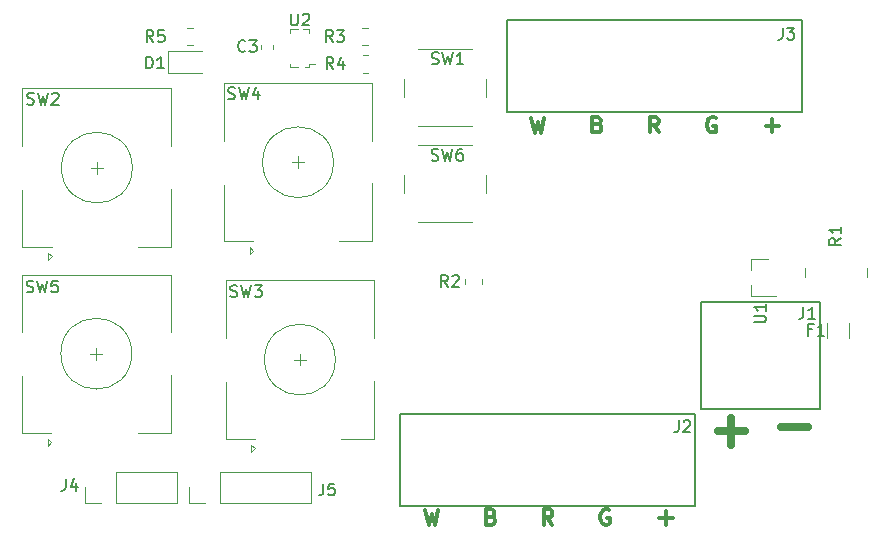
<source format=gbr>
%TF.GenerationSoftware,KiCad,Pcbnew,(5.1.9)-1*%
%TF.CreationDate,2021-01-08T22:51:15-05:00*%
%TF.ProjectId,rgb,7267622e-6b69-4636-9164-5f7063625858,rev?*%
%TF.SameCoordinates,Original*%
%TF.FileFunction,Legend,Top*%
%TF.FilePolarity,Positive*%
%FSLAX46Y46*%
G04 Gerber Fmt 4.6, Leading zero omitted, Abs format (unit mm)*
G04 Created by KiCad (PCBNEW (5.1.9)-1) date 2021-01-08 22:51:15*
%MOMM*%
%LPD*%
G01*
G04 APERTURE LIST*
%ADD10C,0.700000*%
%ADD11C,0.300000*%
%ADD12C,0.120000*%
%ADD13C,0.127000*%
%ADD14C,0.100000*%
%ADD15C,0.150000*%
G04 APERTURE END LIST*
D10*
X184742857Y-92814285D02*
X182457142Y-92814285D01*
X183600000Y-93957142D02*
X183600000Y-91671428D01*
X187857142Y-92485714D02*
X190142857Y-92485714D01*
D11*
X182292262Y-66280000D02*
X182168452Y-66218095D01*
X181982738Y-66218095D01*
X181797024Y-66280000D01*
X181673214Y-66403809D01*
X181611309Y-66527619D01*
X181549405Y-66775238D01*
X181549405Y-66960952D01*
X181611309Y-67208571D01*
X181673214Y-67332380D01*
X181797024Y-67456190D01*
X181982738Y-67518095D01*
X182106547Y-67518095D01*
X182292262Y-67456190D01*
X182354166Y-67394285D01*
X182354166Y-66960952D01*
X182106547Y-66960952D01*
X187671428Y-66937142D02*
X186528571Y-66937142D01*
X187100000Y-67508571D02*
X187100000Y-66365714D01*
X166692857Y-66268095D02*
X167002380Y-67568095D01*
X167250000Y-66639523D01*
X167497619Y-67568095D01*
X167807142Y-66268095D01*
X172305357Y-66837142D02*
X172491071Y-66899047D01*
X172552976Y-66960952D01*
X172614880Y-67084761D01*
X172614880Y-67270476D01*
X172552976Y-67394285D01*
X172491071Y-67456190D01*
X172367261Y-67518095D01*
X171872023Y-67518095D01*
X171872023Y-66218095D01*
X172305357Y-66218095D01*
X172429166Y-66280000D01*
X172491071Y-66341904D01*
X172552976Y-66465714D01*
X172552976Y-66589523D01*
X172491071Y-66713333D01*
X172429166Y-66775238D01*
X172305357Y-66837142D01*
X171872023Y-66837142D01*
X177484523Y-67518095D02*
X177051190Y-66899047D01*
X176741666Y-67518095D02*
X176741666Y-66218095D01*
X177236904Y-66218095D01*
X177360714Y-66280000D01*
X177422619Y-66341904D01*
X177484523Y-66465714D01*
X177484523Y-66651428D01*
X177422619Y-66775238D01*
X177360714Y-66837142D01*
X177236904Y-66899047D01*
X176741666Y-66899047D01*
X157692857Y-99488095D02*
X158002380Y-100788095D01*
X158250000Y-99859523D01*
X158497619Y-100788095D01*
X158807142Y-99488095D01*
X163305357Y-100057142D02*
X163491071Y-100119047D01*
X163552976Y-100180952D01*
X163614880Y-100304761D01*
X163614880Y-100490476D01*
X163552976Y-100614285D01*
X163491071Y-100676190D01*
X163367261Y-100738095D01*
X162872023Y-100738095D01*
X162872023Y-99438095D01*
X163305357Y-99438095D01*
X163429166Y-99500000D01*
X163491071Y-99561904D01*
X163552976Y-99685714D01*
X163552976Y-99809523D01*
X163491071Y-99933333D01*
X163429166Y-99995238D01*
X163305357Y-100057142D01*
X162872023Y-100057142D01*
X168484523Y-100738095D02*
X168051190Y-100119047D01*
X167741666Y-100738095D02*
X167741666Y-99438095D01*
X168236904Y-99438095D01*
X168360714Y-99500000D01*
X168422619Y-99561904D01*
X168484523Y-99685714D01*
X168484523Y-99871428D01*
X168422619Y-99995238D01*
X168360714Y-100057142D01*
X168236904Y-100119047D01*
X167741666Y-100119047D01*
X173292262Y-99500000D02*
X173168452Y-99438095D01*
X172982738Y-99438095D01*
X172797024Y-99500000D01*
X172673214Y-99623809D01*
X172611309Y-99747619D01*
X172549405Y-99995238D01*
X172549405Y-100180952D01*
X172611309Y-100428571D01*
X172673214Y-100552380D01*
X172797024Y-100676190D01*
X172982738Y-100738095D01*
X173106547Y-100738095D01*
X173292262Y-100676190D01*
X173354166Y-100614285D01*
X173354166Y-100180952D01*
X173106547Y-100180952D01*
X178671428Y-100157142D02*
X177528571Y-100157142D01*
X178100000Y-100728571D02*
X178100000Y-99585714D01*
D12*
%TO.C,U1*%
X185290000Y-78220000D02*
X186750000Y-78220000D01*
X185290000Y-81380000D02*
X187450000Y-81380000D01*
X185290000Y-81380000D02*
X185290000Y-80450000D01*
X185290000Y-78220000D02*
X185290000Y-79150000D01*
%TO.C,R1*%
X195110000Y-79761252D02*
X195110000Y-79038748D01*
X189890000Y-79761252D02*
X189890000Y-79038748D01*
%TO.C,R2*%
X162525000Y-79932936D02*
X162525000Y-80387064D01*
X161055000Y-79932936D02*
X161055000Y-80387064D01*
%TO.C,SW5*%
X129860000Y-86750000D02*
X129860000Y-85750000D01*
X129360000Y-86250000D02*
X130360000Y-86250000D01*
X123560000Y-92950000D02*
X126060000Y-92950000D01*
X136160000Y-79550000D02*
X136160000Y-84450000D01*
X125760000Y-94050000D02*
X125760000Y-93450000D01*
X126060000Y-93750000D02*
X125760000Y-94050000D01*
X123560000Y-88150000D02*
X123560000Y-92950000D01*
X125760000Y-93450000D02*
X126060000Y-93750000D01*
X123560000Y-84450000D02*
X123560000Y-79550000D01*
X132860000Y-86250000D02*
G75*
G03*
X132860000Y-86250000I-3000000J0D01*
G01*
X123560000Y-79550000D02*
X136160000Y-79550000D01*
X136160000Y-92950000D02*
X133360000Y-92950000D01*
X136160000Y-88050000D02*
X136160000Y-92950000D01*
D13*
%TO.C,J1*%
X181100000Y-90900000D02*
X181100000Y-81900000D01*
X191100000Y-81900000D02*
X191100000Y-90900000D01*
X181100000Y-81900000D02*
X191100000Y-81900000D01*
X191100000Y-90900000D02*
X181100000Y-90900000D01*
%TO.C,J2*%
X155590000Y-91390000D02*
X180590000Y-91390000D01*
X180590000Y-99190000D02*
X155590000Y-99190000D01*
X155590000Y-99190000D02*
X155590000Y-91390000D01*
X180590000Y-91390000D02*
X180590000Y-99190000D01*
%TO.C,J3*%
X164600000Y-57980000D02*
X189600000Y-57980000D01*
X189600000Y-65780000D02*
X164600000Y-65780000D01*
X164600000Y-65780000D02*
X164600000Y-57980000D01*
X189600000Y-57980000D02*
X189600000Y-65780000D01*
D12*
%TO.C,R5*%
X137572936Y-58665000D02*
X138027064Y-58665000D01*
X137572936Y-60135000D02*
X138027064Y-60135000D01*
%TO.C,R4*%
X152867064Y-62465000D02*
X152412936Y-62465000D01*
X152867064Y-60995000D02*
X152412936Y-60995000D01*
%TO.C,R3*%
X152827064Y-60135000D02*
X152372936Y-60135000D01*
X152827064Y-58665000D02*
X152372936Y-58665000D01*
%TO.C,SW3*%
X147100000Y-87250000D02*
X147100000Y-86250000D01*
X146600000Y-86750000D02*
X147600000Y-86750000D01*
X140800000Y-93450000D02*
X143300000Y-93450000D01*
X153400000Y-80050000D02*
X153400000Y-84950000D01*
X143000000Y-94550000D02*
X143000000Y-93950000D01*
X143300000Y-94250000D02*
X143000000Y-94550000D01*
X140800000Y-88650000D02*
X140800000Y-93450000D01*
X143000000Y-93950000D02*
X143300000Y-94250000D01*
X140800000Y-84950000D02*
X140800000Y-80050000D01*
X150100000Y-86750000D02*
G75*
G03*
X150100000Y-86750000I-3000000J0D01*
G01*
X140800000Y-80050000D02*
X153400000Y-80050000D01*
X153400000Y-93450000D02*
X150600000Y-93450000D01*
X153400000Y-88550000D02*
X153400000Y-93450000D01*
%TO.C,C3*%
X144810000Y-60446267D02*
X144810000Y-60153733D01*
X143790000Y-60446267D02*
X143790000Y-60153733D01*
D14*
%TO.C,U2*%
X147900000Y-61700000D02*
X147900000Y-62000000D01*
X147900000Y-62000000D02*
X147500000Y-62000000D01*
X147900000Y-59100000D02*
X147900000Y-58800000D01*
X147900000Y-58800000D02*
X147400000Y-58800000D01*
X146300000Y-59100000D02*
X146300000Y-58800000D01*
X146300000Y-58800000D02*
X146900000Y-58800000D01*
X146300000Y-61700000D02*
X146300000Y-62000000D01*
X146300000Y-62000000D02*
X146900000Y-62000000D01*
X147900000Y-61700000D02*
X148370000Y-61700000D01*
D12*
%TO.C,SW4*%
X146940000Y-70540000D02*
X146940000Y-69540000D01*
X146440000Y-70040000D02*
X147440000Y-70040000D01*
X140640000Y-76740000D02*
X143140000Y-76740000D01*
X153240000Y-63340000D02*
X153240000Y-68240000D01*
X142840000Y-77840000D02*
X142840000Y-77240000D01*
X143140000Y-77540000D02*
X142840000Y-77840000D01*
X140640000Y-71940000D02*
X140640000Y-76740000D01*
X142840000Y-77240000D02*
X143140000Y-77540000D01*
X140640000Y-68240000D02*
X140640000Y-63340000D01*
X149940000Y-70040000D02*
G75*
G03*
X149940000Y-70040000I-3000000J0D01*
G01*
X140640000Y-63340000D02*
X153240000Y-63340000D01*
X153240000Y-76740000D02*
X150440000Y-76740000D01*
X153240000Y-71840000D02*
X153240000Y-76740000D01*
%TO.C,SW2*%
X129910000Y-71000000D02*
X129910000Y-70000000D01*
X129410000Y-70500000D02*
X130410000Y-70500000D01*
X123610000Y-77200000D02*
X126110000Y-77200000D01*
X136210000Y-63800000D02*
X136210000Y-68700000D01*
X125810000Y-78300000D02*
X125810000Y-77700000D01*
X126110000Y-78000000D02*
X125810000Y-78300000D01*
X123610000Y-72400000D02*
X123610000Y-77200000D01*
X125810000Y-77700000D02*
X126110000Y-78000000D01*
X123610000Y-68700000D02*
X123610000Y-63800000D01*
X132910000Y-70500000D02*
G75*
G03*
X132910000Y-70500000I-3000000J0D01*
G01*
X123610000Y-63800000D02*
X136210000Y-63800000D01*
X136210000Y-77200000D02*
X133410000Y-77200000D01*
X136210000Y-72300000D02*
X136210000Y-77200000D01*
%TO.C,D1*%
X138800000Y-60590000D02*
X135940000Y-60590000D01*
X135940000Y-60590000D02*
X135940000Y-62510000D01*
X135940000Y-62510000D02*
X138800000Y-62510000D01*
%TO.C,SW6*%
X162890000Y-72610000D02*
X162890000Y-71110000D01*
X161640000Y-68610000D02*
X157140000Y-68610000D01*
X155890000Y-71110000D02*
X155890000Y-72610000D01*
X157140000Y-75110000D02*
X161640000Y-75110000D01*
%TO.C,SW1*%
X155890000Y-62980000D02*
X155890000Y-64480000D01*
X157140000Y-66980000D02*
X161640000Y-66980000D01*
X162890000Y-64480000D02*
X162890000Y-62980000D01*
X161640000Y-60480000D02*
X157140000Y-60480000D01*
%TO.C,J5*%
X137740000Y-98900000D02*
X137740000Y-97570000D01*
X139070000Y-98900000D02*
X137740000Y-98900000D01*
X140340000Y-98900000D02*
X140340000Y-96240000D01*
X140340000Y-96240000D02*
X148020000Y-96240000D01*
X140340000Y-98900000D02*
X148020000Y-98900000D01*
X148020000Y-98900000D02*
X148020000Y-96240000D01*
%TO.C,J4*%
X128940000Y-98900000D02*
X128940000Y-97570000D01*
X130270000Y-98900000D02*
X128940000Y-98900000D01*
X131540000Y-98900000D02*
X131540000Y-96240000D01*
X131540000Y-96240000D02*
X136680000Y-96240000D01*
X131540000Y-98900000D02*
X136680000Y-98900000D01*
X136680000Y-98900000D02*
X136680000Y-96240000D01*
%TO.C,F1*%
X191730000Y-83687936D02*
X191730000Y-84892064D01*
X193550000Y-83687936D02*
X193550000Y-84892064D01*
%TO.C,U1*%
D15*
X185562380Y-83611904D02*
X186371904Y-83611904D01*
X186467142Y-83564285D01*
X186514761Y-83516666D01*
X186562380Y-83421428D01*
X186562380Y-83230952D01*
X186514761Y-83135714D01*
X186467142Y-83088095D01*
X186371904Y-83040476D01*
X185562380Y-83040476D01*
X186562380Y-82040476D02*
X186562380Y-82611904D01*
X186562380Y-82326190D02*
X185562380Y-82326190D01*
X185705238Y-82421428D01*
X185800476Y-82516666D01*
X185848095Y-82611904D01*
%TO.C,R1*%
X192922380Y-76456666D02*
X192446190Y-76790000D01*
X192922380Y-77028095D02*
X191922380Y-77028095D01*
X191922380Y-76647142D01*
X191970000Y-76551904D01*
X192017619Y-76504285D01*
X192112857Y-76456666D01*
X192255714Y-76456666D01*
X192350952Y-76504285D01*
X192398571Y-76551904D01*
X192446190Y-76647142D01*
X192446190Y-77028095D01*
X192922380Y-75504285D02*
X192922380Y-76075714D01*
X192922380Y-75790000D02*
X191922380Y-75790000D01*
X192065238Y-75885238D01*
X192160476Y-75980476D01*
X192208095Y-76075714D01*
%TO.C,R2*%
X159613333Y-80602380D02*
X159280000Y-80126190D01*
X159041904Y-80602380D02*
X159041904Y-79602380D01*
X159422857Y-79602380D01*
X159518095Y-79650000D01*
X159565714Y-79697619D01*
X159613333Y-79792857D01*
X159613333Y-79935714D01*
X159565714Y-80030952D01*
X159518095Y-80078571D01*
X159422857Y-80126190D01*
X159041904Y-80126190D01*
X159994285Y-79697619D02*
X160041904Y-79650000D01*
X160137142Y-79602380D01*
X160375238Y-79602380D01*
X160470476Y-79650000D01*
X160518095Y-79697619D01*
X160565714Y-79792857D01*
X160565714Y-79888095D01*
X160518095Y-80030952D01*
X159946666Y-80602380D01*
X160565714Y-80602380D01*
%TO.C,SW5*%
X123966666Y-81024761D02*
X124109523Y-81072380D01*
X124347619Y-81072380D01*
X124442857Y-81024761D01*
X124490476Y-80977142D01*
X124538095Y-80881904D01*
X124538095Y-80786666D01*
X124490476Y-80691428D01*
X124442857Y-80643809D01*
X124347619Y-80596190D01*
X124157142Y-80548571D01*
X124061904Y-80500952D01*
X124014285Y-80453333D01*
X123966666Y-80358095D01*
X123966666Y-80262857D01*
X124014285Y-80167619D01*
X124061904Y-80120000D01*
X124157142Y-80072380D01*
X124395238Y-80072380D01*
X124538095Y-80120000D01*
X124871428Y-80072380D02*
X125109523Y-81072380D01*
X125300000Y-80358095D01*
X125490476Y-81072380D01*
X125728571Y-80072380D01*
X126585714Y-80072380D02*
X126109523Y-80072380D01*
X126061904Y-80548571D01*
X126109523Y-80500952D01*
X126204761Y-80453333D01*
X126442857Y-80453333D01*
X126538095Y-80500952D01*
X126585714Y-80548571D01*
X126633333Y-80643809D01*
X126633333Y-80881904D01*
X126585714Y-80977142D01*
X126538095Y-81024761D01*
X126442857Y-81072380D01*
X126204761Y-81072380D01*
X126109523Y-81024761D01*
X126061904Y-80977142D01*
%TO.C,J1*%
X189716666Y-82302380D02*
X189716666Y-83016666D01*
X189669047Y-83159523D01*
X189573809Y-83254761D01*
X189430952Y-83302380D01*
X189335714Y-83302380D01*
X190716666Y-83302380D02*
X190145238Y-83302380D01*
X190430952Y-83302380D02*
X190430952Y-82302380D01*
X190335714Y-82445238D01*
X190240476Y-82540476D01*
X190145238Y-82588095D01*
%TO.C,J2*%
X179166666Y-91902380D02*
X179166666Y-92616666D01*
X179119047Y-92759523D01*
X179023809Y-92854761D01*
X178880952Y-92902380D01*
X178785714Y-92902380D01*
X179595238Y-91997619D02*
X179642857Y-91950000D01*
X179738095Y-91902380D01*
X179976190Y-91902380D01*
X180071428Y-91950000D01*
X180119047Y-91997619D01*
X180166666Y-92092857D01*
X180166666Y-92188095D01*
X180119047Y-92330952D01*
X179547619Y-92902380D01*
X180166666Y-92902380D01*
%TO.C,J3*%
X187966666Y-58652380D02*
X187966666Y-59366666D01*
X187919047Y-59509523D01*
X187823809Y-59604761D01*
X187680952Y-59652380D01*
X187585714Y-59652380D01*
X188347619Y-58652380D02*
X188966666Y-58652380D01*
X188633333Y-59033333D01*
X188776190Y-59033333D01*
X188871428Y-59080952D01*
X188919047Y-59128571D01*
X188966666Y-59223809D01*
X188966666Y-59461904D01*
X188919047Y-59557142D01*
X188871428Y-59604761D01*
X188776190Y-59652380D01*
X188490476Y-59652380D01*
X188395238Y-59604761D01*
X188347619Y-59557142D01*
%TO.C,R5*%
X134683333Y-59852380D02*
X134350000Y-59376190D01*
X134111904Y-59852380D02*
X134111904Y-58852380D01*
X134492857Y-58852380D01*
X134588095Y-58900000D01*
X134635714Y-58947619D01*
X134683333Y-59042857D01*
X134683333Y-59185714D01*
X134635714Y-59280952D01*
X134588095Y-59328571D01*
X134492857Y-59376190D01*
X134111904Y-59376190D01*
X135588095Y-58852380D02*
X135111904Y-58852380D01*
X135064285Y-59328571D01*
X135111904Y-59280952D01*
X135207142Y-59233333D01*
X135445238Y-59233333D01*
X135540476Y-59280952D01*
X135588095Y-59328571D01*
X135635714Y-59423809D01*
X135635714Y-59661904D01*
X135588095Y-59757142D01*
X135540476Y-59804761D01*
X135445238Y-59852380D01*
X135207142Y-59852380D01*
X135111904Y-59804761D01*
X135064285Y-59757142D01*
%TO.C,R4*%
X149933333Y-62152380D02*
X149600000Y-61676190D01*
X149361904Y-62152380D02*
X149361904Y-61152380D01*
X149742857Y-61152380D01*
X149838095Y-61200000D01*
X149885714Y-61247619D01*
X149933333Y-61342857D01*
X149933333Y-61485714D01*
X149885714Y-61580952D01*
X149838095Y-61628571D01*
X149742857Y-61676190D01*
X149361904Y-61676190D01*
X150790476Y-61485714D02*
X150790476Y-62152380D01*
X150552380Y-61104761D02*
X150314285Y-61819047D01*
X150933333Y-61819047D01*
%TO.C,R3*%
X149883333Y-59852380D02*
X149550000Y-59376190D01*
X149311904Y-59852380D02*
X149311904Y-58852380D01*
X149692857Y-58852380D01*
X149788095Y-58900000D01*
X149835714Y-58947619D01*
X149883333Y-59042857D01*
X149883333Y-59185714D01*
X149835714Y-59280952D01*
X149788095Y-59328571D01*
X149692857Y-59376190D01*
X149311904Y-59376190D01*
X150216666Y-58852380D02*
X150835714Y-58852380D01*
X150502380Y-59233333D01*
X150645238Y-59233333D01*
X150740476Y-59280952D01*
X150788095Y-59328571D01*
X150835714Y-59423809D01*
X150835714Y-59661904D01*
X150788095Y-59757142D01*
X150740476Y-59804761D01*
X150645238Y-59852380D01*
X150359523Y-59852380D01*
X150264285Y-59804761D01*
X150216666Y-59757142D01*
%TO.C,SW3*%
X141216666Y-81404761D02*
X141359523Y-81452380D01*
X141597619Y-81452380D01*
X141692857Y-81404761D01*
X141740476Y-81357142D01*
X141788095Y-81261904D01*
X141788095Y-81166666D01*
X141740476Y-81071428D01*
X141692857Y-81023809D01*
X141597619Y-80976190D01*
X141407142Y-80928571D01*
X141311904Y-80880952D01*
X141264285Y-80833333D01*
X141216666Y-80738095D01*
X141216666Y-80642857D01*
X141264285Y-80547619D01*
X141311904Y-80500000D01*
X141407142Y-80452380D01*
X141645238Y-80452380D01*
X141788095Y-80500000D01*
X142121428Y-80452380D02*
X142359523Y-81452380D01*
X142550000Y-80738095D01*
X142740476Y-81452380D01*
X142978571Y-80452380D01*
X143264285Y-80452380D02*
X143883333Y-80452380D01*
X143550000Y-80833333D01*
X143692857Y-80833333D01*
X143788095Y-80880952D01*
X143835714Y-80928571D01*
X143883333Y-81023809D01*
X143883333Y-81261904D01*
X143835714Y-81357142D01*
X143788095Y-81404761D01*
X143692857Y-81452380D01*
X143407142Y-81452380D01*
X143311904Y-81404761D01*
X143264285Y-81357142D01*
%TO.C,C3*%
X142483333Y-60607142D02*
X142435714Y-60654761D01*
X142292857Y-60702380D01*
X142197619Y-60702380D01*
X142054761Y-60654761D01*
X141959523Y-60559523D01*
X141911904Y-60464285D01*
X141864285Y-60273809D01*
X141864285Y-60130952D01*
X141911904Y-59940476D01*
X141959523Y-59845238D01*
X142054761Y-59750000D01*
X142197619Y-59702380D01*
X142292857Y-59702380D01*
X142435714Y-59750000D01*
X142483333Y-59797619D01*
X142816666Y-59702380D02*
X143435714Y-59702380D01*
X143102380Y-60083333D01*
X143245238Y-60083333D01*
X143340476Y-60130952D01*
X143388095Y-60178571D01*
X143435714Y-60273809D01*
X143435714Y-60511904D01*
X143388095Y-60607142D01*
X143340476Y-60654761D01*
X143245238Y-60702380D01*
X142959523Y-60702380D01*
X142864285Y-60654761D01*
X142816666Y-60607142D01*
%TO.C,U2*%
X146338095Y-57452380D02*
X146338095Y-58261904D01*
X146385714Y-58357142D01*
X146433333Y-58404761D01*
X146528571Y-58452380D01*
X146719047Y-58452380D01*
X146814285Y-58404761D01*
X146861904Y-58357142D01*
X146909523Y-58261904D01*
X146909523Y-57452380D01*
X147338095Y-57547619D02*
X147385714Y-57500000D01*
X147480952Y-57452380D01*
X147719047Y-57452380D01*
X147814285Y-57500000D01*
X147861904Y-57547619D01*
X147909523Y-57642857D01*
X147909523Y-57738095D01*
X147861904Y-57880952D01*
X147290476Y-58452380D01*
X147909523Y-58452380D01*
%TO.C,SW4*%
X141016666Y-64654761D02*
X141159523Y-64702380D01*
X141397619Y-64702380D01*
X141492857Y-64654761D01*
X141540476Y-64607142D01*
X141588095Y-64511904D01*
X141588095Y-64416666D01*
X141540476Y-64321428D01*
X141492857Y-64273809D01*
X141397619Y-64226190D01*
X141207142Y-64178571D01*
X141111904Y-64130952D01*
X141064285Y-64083333D01*
X141016666Y-63988095D01*
X141016666Y-63892857D01*
X141064285Y-63797619D01*
X141111904Y-63750000D01*
X141207142Y-63702380D01*
X141445238Y-63702380D01*
X141588095Y-63750000D01*
X141921428Y-63702380D02*
X142159523Y-64702380D01*
X142350000Y-63988095D01*
X142540476Y-64702380D01*
X142778571Y-63702380D01*
X143588095Y-64035714D02*
X143588095Y-64702380D01*
X143350000Y-63654761D02*
X143111904Y-64369047D01*
X143730952Y-64369047D01*
%TO.C,SW2*%
X124016666Y-65114761D02*
X124159523Y-65162380D01*
X124397619Y-65162380D01*
X124492857Y-65114761D01*
X124540476Y-65067142D01*
X124588095Y-64971904D01*
X124588095Y-64876666D01*
X124540476Y-64781428D01*
X124492857Y-64733809D01*
X124397619Y-64686190D01*
X124207142Y-64638571D01*
X124111904Y-64590952D01*
X124064285Y-64543333D01*
X124016666Y-64448095D01*
X124016666Y-64352857D01*
X124064285Y-64257619D01*
X124111904Y-64210000D01*
X124207142Y-64162380D01*
X124445238Y-64162380D01*
X124588095Y-64210000D01*
X124921428Y-64162380D02*
X125159523Y-65162380D01*
X125350000Y-64448095D01*
X125540476Y-65162380D01*
X125778571Y-64162380D01*
X126111904Y-64257619D02*
X126159523Y-64210000D01*
X126254761Y-64162380D01*
X126492857Y-64162380D01*
X126588095Y-64210000D01*
X126635714Y-64257619D01*
X126683333Y-64352857D01*
X126683333Y-64448095D01*
X126635714Y-64590952D01*
X126064285Y-65162380D01*
X126683333Y-65162380D01*
%TO.C,D1*%
X134061904Y-62102380D02*
X134061904Y-61102380D01*
X134300000Y-61102380D01*
X134442857Y-61150000D01*
X134538095Y-61245238D01*
X134585714Y-61340476D01*
X134633333Y-61530952D01*
X134633333Y-61673809D01*
X134585714Y-61864285D01*
X134538095Y-61959523D01*
X134442857Y-62054761D01*
X134300000Y-62102380D01*
X134061904Y-62102380D01*
X135585714Y-62102380D02*
X135014285Y-62102380D01*
X135300000Y-62102380D02*
X135300000Y-61102380D01*
X135204761Y-61245238D01*
X135109523Y-61340476D01*
X135014285Y-61388095D01*
%TO.C,SW6*%
X158256666Y-69864761D02*
X158399523Y-69912380D01*
X158637619Y-69912380D01*
X158732857Y-69864761D01*
X158780476Y-69817142D01*
X158828095Y-69721904D01*
X158828095Y-69626666D01*
X158780476Y-69531428D01*
X158732857Y-69483809D01*
X158637619Y-69436190D01*
X158447142Y-69388571D01*
X158351904Y-69340952D01*
X158304285Y-69293333D01*
X158256666Y-69198095D01*
X158256666Y-69102857D01*
X158304285Y-69007619D01*
X158351904Y-68960000D01*
X158447142Y-68912380D01*
X158685238Y-68912380D01*
X158828095Y-68960000D01*
X159161428Y-68912380D02*
X159399523Y-69912380D01*
X159590000Y-69198095D01*
X159780476Y-69912380D01*
X160018571Y-68912380D01*
X160828095Y-68912380D02*
X160637619Y-68912380D01*
X160542380Y-68960000D01*
X160494761Y-69007619D01*
X160399523Y-69150476D01*
X160351904Y-69340952D01*
X160351904Y-69721904D01*
X160399523Y-69817142D01*
X160447142Y-69864761D01*
X160542380Y-69912380D01*
X160732857Y-69912380D01*
X160828095Y-69864761D01*
X160875714Y-69817142D01*
X160923333Y-69721904D01*
X160923333Y-69483809D01*
X160875714Y-69388571D01*
X160828095Y-69340952D01*
X160732857Y-69293333D01*
X160542380Y-69293333D01*
X160447142Y-69340952D01*
X160399523Y-69388571D01*
X160351904Y-69483809D01*
%TO.C,SW1*%
X158266666Y-61704761D02*
X158409523Y-61752380D01*
X158647619Y-61752380D01*
X158742857Y-61704761D01*
X158790476Y-61657142D01*
X158838095Y-61561904D01*
X158838095Y-61466666D01*
X158790476Y-61371428D01*
X158742857Y-61323809D01*
X158647619Y-61276190D01*
X158457142Y-61228571D01*
X158361904Y-61180952D01*
X158314285Y-61133333D01*
X158266666Y-61038095D01*
X158266666Y-60942857D01*
X158314285Y-60847619D01*
X158361904Y-60800000D01*
X158457142Y-60752380D01*
X158695238Y-60752380D01*
X158838095Y-60800000D01*
X159171428Y-60752380D02*
X159409523Y-61752380D01*
X159600000Y-61038095D01*
X159790476Y-61752380D01*
X160028571Y-60752380D01*
X160933333Y-61752380D02*
X160361904Y-61752380D01*
X160647619Y-61752380D02*
X160647619Y-60752380D01*
X160552380Y-60895238D01*
X160457142Y-60990476D01*
X160361904Y-61038095D01*
%TO.C,J5*%
X149066666Y-97252380D02*
X149066666Y-97966666D01*
X149019047Y-98109523D01*
X148923809Y-98204761D01*
X148780952Y-98252380D01*
X148685714Y-98252380D01*
X150019047Y-97252380D02*
X149542857Y-97252380D01*
X149495238Y-97728571D01*
X149542857Y-97680952D01*
X149638095Y-97633333D01*
X149876190Y-97633333D01*
X149971428Y-97680952D01*
X150019047Y-97728571D01*
X150066666Y-97823809D01*
X150066666Y-98061904D01*
X150019047Y-98157142D01*
X149971428Y-98204761D01*
X149876190Y-98252380D01*
X149638095Y-98252380D01*
X149542857Y-98204761D01*
X149495238Y-98157142D01*
%TO.C,J4*%
X127266666Y-96852380D02*
X127266666Y-97566666D01*
X127219047Y-97709523D01*
X127123809Y-97804761D01*
X126980952Y-97852380D01*
X126885714Y-97852380D01*
X128171428Y-97185714D02*
X128171428Y-97852380D01*
X127933333Y-96804761D02*
X127695238Y-97519047D01*
X128314285Y-97519047D01*
%TO.C,F1*%
X190456666Y-84198571D02*
X190123333Y-84198571D01*
X190123333Y-84722380D02*
X190123333Y-83722380D01*
X190599523Y-83722380D01*
X191504285Y-84722380D02*
X190932857Y-84722380D01*
X191218571Y-84722380D02*
X191218571Y-83722380D01*
X191123333Y-83865238D01*
X191028095Y-83960476D01*
X190932857Y-84008095D01*
%TD*%
M02*

</source>
